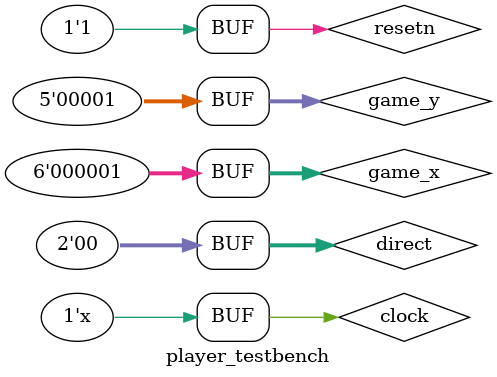
<source format=v>
`timescale 1ns / 1ps

module player_testbench ();

    parameter CLOCK_PERIOD = 20;

    reg clock;
    reg resetn;
    reg enable;
    wire wren;
    wire finished;
    wire [11:0] data;
    wire [14:0] addr;
    wire [7:0] VGA_X;
    wire [6:0] VGA_Y;
    wire [11:0] VGA_COLOR;
    reg [5:0] game_x;
    reg [4:0] game_y;
    reg [1:0] direct;

    // Clock generation
    initial begin
        clock <= 1'b0;
    end
    always @ (*) begin
        #((CLOCK_PERIOD) / 2) clock <= ~clock;
    end

    // module m_render_player(clock, resetn, enable, wren, finished, data, addr, VGA_X, VGA_Y, VGA_COLOR, game_x, game_y, direct);
    m_render_player UUT (
        .clock(clock),
        .resetn(resetn),
        .enable(enable),
        .wren(wren),
        .finished(finished),
        .data(data),
        .addr(addr),
        .VGA_X(VGA_X),
        .VGA_Y(VGA_Y),
        .VGA_COLOR(VGA_COLOR),
        .game_x(game_x),
        .game_y(game_y),
        .direct(direct)
    );

    // Test stimulus
    initial begin
        // Initialize signals
        resetn = 1'b0;
        enable = 1'b0;
        game_x = 8'h01;
        game_y = 7'h01;
        direct = 2'b00;
        
        // Release reset
        #20 resetn = 1'b1;
        
        // Enable module
        #20 enable = 1'b1;
        
    end

    always @(posedge clock) begin
        if (finished) begin
            enable = 1'b0;
        end
    end

endmodule

</source>
